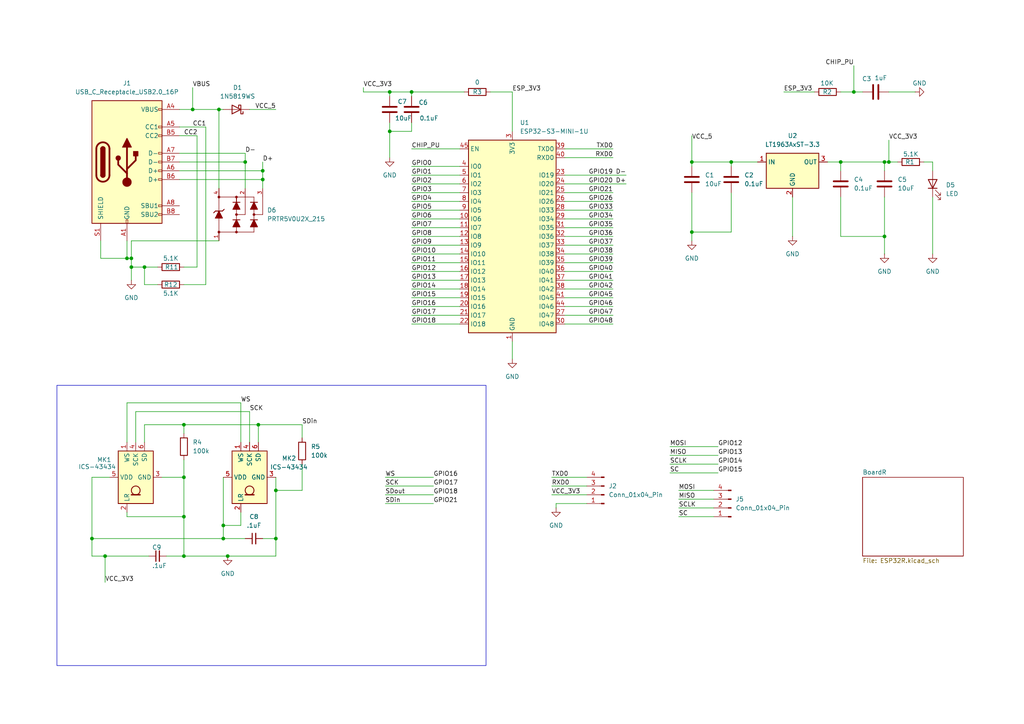
<source format=kicad_sch>
(kicad_sch (version 20231120) (generator "eeschema") (generator_version "8.0")
  (paper "A4")
  (lib_symbols
    (symbol "Connector:Conn_01x04_Pin" (pin_names (offset 1.016) hide)
      (property "Reference" "J" (at 0 5.08 0))
      (property "Value" "Conn_01x04_Pin" (at 0 -7.62 0))
      (symbol "Conn_01x04_Pin_1_1"
        (polyline (pts (xy 1.27 -5.08) (xy 0.8636 -5.08)) (stroke (width 0.1524)))
        (polyline (pts (xy 1.27 -2.54) (xy 0.8636 -2.54)) (stroke (width 0.1524)))
        (polyline (pts (xy 1.27 0) (xy 0.8636 0)) (stroke (width 0.1524)))
        (polyline (pts (xy 1.27 2.54) (xy 0.8636 2.54)) (stroke (width 0.1524)))
        (rectangle (start 0.8636 -4.953) (end 0 -5.207) (stroke (width 0.1524)) (fill (type outline)))
        (rectangle (start 0.8636 -2.413) (end 0 -2.667) (stroke (width 0.1524)) (fill (type outline)))
        (rectangle (start 0.8636 0.127) (end 0 -0.127) (stroke (width 0.1524)) (fill (type outline)))
        (rectangle (start 0.8636 2.667) (end 0 2.413) (stroke (width 0.1524)) (fill (type outline)))
        (pin passive line (at 5.08 2.54 180) (length 3.81) (name "Pin_1") (number "1"))
        (pin passive line (at 5.08 0 180) (length 3.81) (name "Pin_2") (number "2"))
        (pin passive line (at 5.08 -2.54 180) (length 3.81) (name "Pin_3") (number "3"))
        (pin passive line (at 5.08 -5.08 180) (length 3.81) (name "Pin_4") (number "4"))
      )
    )
    (symbol "Connector:USB_C_Receptacle_USB2.0_16P" (pin_names (offset 1.016))
      (property "Reference" "J" (at 0 22.225 0))
      (property "Value" "USB_C_Receptacle_USB2.0_16P" (at 0 19.685 0))
      (symbol "USB_C_Receptacle_USB2.0_16P_0_0"
        (rectangle (start -0.254 -17.78) (end 0.254 -16.764))
        (rectangle (start 10.16 -14.986) (end 9.144 -15.494))
        (rectangle (start 10.16 -12.446) (end 9.144 -12.954))
        (rectangle (start 10.16 -4.826) (end 9.144 -5.334))
        (rectangle (start 10.16 -2.286) (end 9.144 -2.794))
        (rectangle (start 10.16 0.254) (end 9.144 -0.254))
        (rectangle (start 10.16 2.794) (end 9.144 2.286))
        (rectangle (start 10.16 7.874) (end 9.144 7.366))
        (rectangle (start 10.16 10.414) (end 9.144 9.906))
        (rectangle (start 10.16 15.494) (end 9.144 14.986))
      )
      (symbol "USB_C_Receptacle_USB2.0_16P_0_1"
        (rectangle (start -10.16 17.78) (end 10.16 -17.78) (stroke (width 0.254)) (fill (type background)))
        (arc (start -8.89 -3.81) (mid -6.985 -5.7067) (end -5.08 -3.81) (stroke (width 0.508)))
        (arc (start -7.62 -3.81) (mid -6.985 -4.4423) (end -6.35 -3.81) (stroke (width 0.254)))
        (arc (start -7.62 -3.81) (mid -6.985 -4.4423) (end -6.35 -3.81) (stroke (width 0.254)) (fill (type outline)))
        (rectangle (start -7.62 -3.81) (end -6.35 3.81) (stroke (width 0.254)) (fill (type outline)))
        (arc (start -6.35 3.81) (mid -6.985 4.4423) (end -7.62 3.81) (stroke (width 0.254)))
        (arc (start -6.35 3.81) (mid -6.985 4.4423) (end -7.62 3.81) (stroke (width 0.254)) (fill (type outline)))
        (arc (start -5.08 3.81) (mid -6.985 5.7067) (end -8.89 3.81) (stroke (width 0.508)))
        (circle (center -2.54 1.143) (radius 0.635) (stroke (width 0.254)) (fill (type outline)))
        (circle (center 0 -5.842) (radius 1.27) (fill (type outline)))
        (polyline (pts (xy -8.89 -3.81) (xy -8.89 3.81)) (stroke (width 0.508)))
        (polyline (pts (xy -5.08 3.81) (xy -5.08 -3.81)) (stroke (width 0.508)))
        (polyline (pts (xy 0 -5.842) (xy 0 4.318)) (stroke (width 0.508)))
        (polyline (pts (xy 0 -3.302) (xy -2.54 -0.762) (xy -2.54 0.508)) (stroke (width 0.508)))
        (polyline (pts (xy 0 -2.032) (xy 2.54 0.508) (xy 2.54 1.778)) (stroke (width 0.508)))
        (polyline (pts (xy -1.27 4.318) (xy 0 6.858) (xy 1.27 4.318) (xy -1.27 4.318)) (stroke (width 0.254)) (fill (type outline)))
        (rectangle (start 1.905 1.778) (end 3.175 3.048) (stroke (width 0.254)) (fill (type outline)))
      )
      (symbol "USB_C_Receptacle_USB2.0_16P_1_1"
        (pin passive line (at 0 -22.86 90) (length 5.08) (name "GND") (number "A1"))
        (pin passive line (at 0 -22.86 90) (length 5.08) hide (name "GND") (number "A12"))
        (pin passive line (at 15.24 15.24 180) (length 5.08) (name "VBUS") (number "A4"))
        (pin bidirectional line (at 15.24 10.16 180) (length 5.08) (name "CC1") (number "A5"))
        (pin bidirectional line (at 15.24 -2.54 180) (length 5.08) (name "D+") (number "A6"))
        (pin bidirectional line (at 15.24 2.54 180) (length 5.08) (name "D-") (number "A7"))
        (pin bidirectional line (at 15.24 -12.7 180) (length 5.08) (name "SBU1") (number "A8"))
        (pin passive line (at 15.24 15.24 180) (length 5.08) hide (name "VBUS") (number "A9"))
        (pin passive line (at 0 -22.86 90) (length 5.08) hide (name "GND") (number "B1"))
        (pin passive line (at 0 -22.86 90) (length 5.08) hide (name "GND") (number "B12"))
        (pin passive line (at 15.24 15.24 180) (length 5.08) hide (name "VBUS") (number "B4"))
        (pin bidirectional line (at 15.24 7.62 180) (length 5.08) (name "CC2") (number "B5"))
        (pin bidirectional line (at 15.24 -5.08 180) (length 5.08) (name "D+") (number "B6"))
        (pin bidirectional line (at 15.24 0 180) (length 5.08) (name "D-") (number "B7"))
        (pin bidirectional line (at 15.24 -15.24 180) (length 5.08) (name "SBU2") (number "B8"))
        (pin passive line (at 15.24 15.24 180) (length 5.08) hide (name "VBUS") (number "B9"))
        (pin passive line (at -7.62 -22.86 90) (length 5.08) (name "SHIELD") (number "S1"))
      )
    )
    (symbol "Device:C" (pin_numbers hide) (pin_names (offset 0.254))
      (property "Reference" "C" (at 0.635 2.54 0))
      (property "Value" "C" (at 0.635 -2.54 0))
      (symbol "C_0_1"
        (polyline (pts (xy -2.032 -0.762) (xy 2.032 -0.762)) (stroke (width 0.508)))
        (polyline (pts (xy -2.032 0.762) (xy 2.032 0.762)) (stroke (width 0.508)))
      )
      (symbol "C_1_1"
        (pin passive line (at 0 3.81 270) (length 2.794) (name "~") (number "1"))
        (pin passive line (at 0 -3.81 90) (length 2.794) (name "~") (number "2"))
      )
    )
    (symbol "Device:C_Small" (pin_numbers hide) (pin_names (offset 0.254) hide)
      (property "Reference" "C" (at 0.254 1.778 0))
      (property "Value" "C_Small" (at 0.254 -2.032 0))
      (symbol "C_Small_0_1"
        (polyline (pts (xy -1.524 -0.508) (xy 1.524 -0.508)) (stroke (width 0.3302)))
        (polyline (pts (xy -1.524 0.508) (xy 1.524 0.508)) (stroke (width 0.3048)))
      )
      (symbol "C_Small_1_1"
        (pin passive line (at 0 2.54 270) (length 2.032) (name "~") (number "1"))
        (pin passive line (at 0 -2.54 90) (length 2.032) (name "~") (number "2"))
      )
    )
    (symbol "Device:LED" (pin_numbers hide) (pin_names (offset 1.016) hide)
      (property "Reference" "D" (at 0 2.54 0))
      (property "Value" "LED" (at 0 -2.54 0))
      (symbol "LED_0_1"
        (polyline (pts (xy -1.27 -1.27) (xy -1.27 1.27)) (stroke (width 0.254)))
        (polyline (pts (xy -1.27 0) (xy 1.27 0)))
        (polyline (pts (xy 1.27 -1.27) (xy 1.27 1.27) (xy -1.27 0) (xy 1.27 -1.27)) (stroke (width 0.254)))
        (polyline (pts (xy -3.048 -0.762) (xy -4.572 -2.286) (xy -3.81 -2.286) (xy -4.572 -2.286) (xy -4.572 -1.524)))
        (polyline (pts (xy -1.778 -0.762) (xy -3.302 -2.286) (xy -2.54 -2.286) (xy -3.302 -2.286) (xy -3.302 -1.524)))
      )
      (symbol "LED_1_1"
        (pin passive line (at -3.81 0 0) (length 2.54) (name "K") (number "1"))
        (pin passive line (at 3.81 0 180) (length 2.54) (name "A") (number "2"))
      )
    )
    (symbol "Device:R" (pin_numbers hide) (pin_names (offset 0))
      (property "Reference" "R" (at 2.032 0 90))
      (property "Value" "R" (at 0 0 90))
      (symbol "R_0_1"
        (rectangle (start -1.016 -2.54) (end 1.016 2.54) (stroke (width 0.254)))
      )
      (symbol "R_1_1"
        (pin passive line (at 0 3.81 270) (length 1.27) (name "~") (number "1"))
        (pin passive line (at 0 -3.81 90) (length 1.27) (name "~") (number "2"))
      )
    )
    (symbol "Diode:1N5819WS" (pin_numbers hide) (pin_names (offset 1.016) hide)
      (property "Reference" "D" (at 0 2.54 0))
      (property "Value" "1N5819WS" (at 0 -2.54 0))
      (symbol "1N5819WS_0_1"
        (polyline (pts (xy 1.27 0) (xy -1.27 0)))
        (polyline (pts (xy 1.27 1.27) (xy 1.27 -1.27) (xy -1.27 0) (xy 1.27 1.27)) (stroke (width 0.254)))
        (polyline (pts (xy -1.905 0.635) (xy -1.905 1.27) (xy -1.27 1.27) (xy -1.27 -1.27) (xy -0.635 -1.27) (xy -0.635 -0.635)) (stroke (width 0.254)))
      )
      (symbol "1N5819WS_1_1"
        (pin passive line (at -3.81 0 0) (length 2.54) (name "K") (number "1"))
        (pin passive line (at 3.81 0 180) (length 2.54) (name "A") (number "2"))
      )
    )
    (symbol "PRTR5V0U2X_215:PRTR5V0U2X_215" (pin_names (offset 1.016))
      (property "Reference" "D" (at -2.5474 -7.5404 0))
      (property "Value" "PRTR5V0U2X_215" (at -2.543 -10.3245 0))
      (symbol "PRTR5V0U2X_215_0_0"
        (circle (center -5.08 -5.08) (radius 0.254) (stroke (width 0.254)))
        (circle (center -5.08 5.08) (radius 0.254) (stroke (width 0.254)))
        (circle (center 0 -5.08) (radius 0.254) (stroke (width 0.254)))
        (polyline (pts (xy -6.096 1.016) (xy -6.604 0.508)) (stroke (width 0.254)))
        (polyline (pts (xy -6.096 1.016) (xy -5.08 1.016)) (stroke (width 0.254)))
        (polyline (pts (xy -5.08 -1.016) (xy -5.08 -7.62)) (stroke (width 0.1524)))
        (polyline (pts (xy -5.08 1.016) (xy -5.08 7.62)) (stroke (width 0.1524)))
        (polyline (pts (xy -5.08 1.016) (xy -4.064 1.016)) (stroke (width 0.254)))
        (polyline (pts (xy -4.064 1.016) (xy -3.556 1.524)) (stroke (width 0.254)))
        (polyline (pts (xy -1.016 -1.524) (xy 0 -1.524)) (stroke (width 0.254)))
        (polyline (pts (xy -1.016 3.556) (xy 0 3.556)) (stroke (width 0.254)))
        (polyline (pts (xy 0 -5.08) (xy -5.08 -5.08)) (stroke (width 0.1524)))
        (polyline (pts (xy 0 -3.556) (xy 0 -5.08)) (stroke (width 0.1524)))
        (polyline (pts (xy 0 -1.524) (xy 0 0)) (stroke (width 0.1524)))
        (polyline (pts (xy 0 -1.524) (xy 1.016 -1.524)) (stroke (width 0.254)))
        (polyline (pts (xy 0 0) (xy 0 1.524)) (stroke (width 0.1524)))
        (polyline (pts (xy 0 0) (xy 2.54 0)) (stroke (width 0.1524)))
        (polyline (pts (xy 0 3.556) (xy 0 5.08)) (stroke (width 0.254)))
        (polyline (pts (xy 0 3.556) (xy 1.016 3.556)) (stroke (width 0.254)))
        (polyline (pts (xy 0 5.08) (xy -5.08 5.08)) (stroke (width 0.1524)))
        (polyline (pts (xy 2.54 0) (xy 2.54 7.62)) (stroke (width 0.1524)))
        (polyline (pts (xy 4.064 -1.524) (xy 5.08 -1.524)) (stroke (width 0.254)))
        (polyline (pts (xy 4.064 3.556) (xy 5.08 3.556)) (stroke (width 0.254)))
        (polyline (pts (xy 5.08 -5.08) (xy 0 -5.08)) (stroke (width 0.1524)))
        (polyline (pts (xy 5.08 -3.556) (xy 5.08 -5.08)) (stroke (width 0.1524)))
        (polyline (pts (xy 5.08 -1.524) (xy 5.08 0)) (stroke (width 0.1524)))
        (polyline (pts (xy 5.08 -1.524) (xy 6.096 -1.524)) (stroke (width 0.254)))
        (polyline (pts (xy 5.08 0) (xy 5.08 1.524)) (stroke (width 0.1524)))
        (polyline (pts (xy 5.08 0) (xy 7.62 0)) (stroke (width 0.1524)))
        (polyline (pts (xy 5.08 3.556) (xy 5.08 5.08)) (stroke (width 0.1524)))
        (polyline (pts (xy 5.08 3.556) (xy 6.096 3.556)) (stroke (width 0.254)))
        (polyline (pts (xy 5.08 5.08) (xy 0 5.08)) (stroke (width 0.1524)))
        (polyline (pts (xy 7.62 0) (xy 7.62 7.62)) (stroke (width 0.1524)))
        (polyline (pts (xy -6.096 -1.016) (xy -5.08 1.016) (xy -4.064 -1.016) (xy -6.096 -1.016)) (stroke (width 0.254)) (fill (type outline)))
        (polyline (pts (xy -1.016 -3.556) (xy 0 -1.524) (xy 1.016 -3.556) (xy -1.016 -3.556)) (stroke (width 0.254)) (fill (type outline)))
        (polyline (pts (xy -1.016 1.524) (xy 0 3.556) (xy 1.016 1.524) (xy -1.016 1.524)) (stroke (width 0.254)) (fill (type outline)))
        (polyline (pts (xy 4.064 -3.556) (xy 5.08 -1.524) (xy 6.096 -3.556) (xy 4.064 -3.556)) (stroke (width 0.254)) (fill (type outline)))
        (polyline (pts (xy 4.064 1.524) (xy 5.08 3.556) (xy 6.096 1.524) (xy 4.064 1.524)) (stroke (width 0.254)) (fill (type outline)))
        (circle (center 0 0) (radius 0.254) (stroke (width 0.254)))
        (circle (center 0 5.08) (radius 0.254) (stroke (width 0.254)))
        (circle (center 5.08 0) (radius 0.254) (stroke (width 0.254)))
        (pin passive line (at -5.08 -7.62 90) (length 2.54) (name "~") (number "1"))
        (pin passive line (at 2.54 7.62 270) (length 2.54) (name "~") (number "2"))
        (pin passive line (at 7.62 7.62 270) (length 2.54) (name "~") (number "3"))
        (pin passive line (at -5.08 7.62 270) (length 2.54) (name "~") (number "4"))
      )
    )
    (symbol "RF_Module:ESP32-S3-MINI-1U"
      (property "Reference" "U" (at -11.43 29.21 0))
      (property "Value" "ESP32-S3-MINI-1U" (at 12.7 29.21 0))
      (symbol "ESP32-S3-MINI-1U_0_1"
        (rectangle (start -12.7 27.94) (end 12.7 -27.94) (stroke (width 0.254)) (fill (type background)))
      )
      (symbol "ESP32-S3-MINI-1U_1_1"
        (pin power_in line (at 0 -30.48 90) (length 2.54) (name "GND") (number "1"))
        (pin bidirectional line (at -15.24 5.08 0) (length 2.54) (name "IO6") (number "10"))
        (pin bidirectional line (at -15.24 2.54 0) (length 2.54) (name "IO7") (number "11"))
        (pin bidirectional line (at -15.24 0 0) (length 2.54) (name "IO8") (number "12"))
        (pin bidirectional line (at -15.24 -2.54 0) (length 2.54) (name "IO9") (number "13"))
        (pin bidirectional line (at -15.24 -5.08 0) (length 2.54) (name "IO10") (number "14"))
        (pin bidirectional line (at -15.24 -7.62 0) (length 2.54) (name "IO11") (number "15"))
        (pin bidirectional line (at -15.24 -10.16 0) (length 2.54) (name "IO12") (number "16"))
        (pin bidirectional line (at -15.24 -12.7 0) (length 2.54) (name "IO13") (number "17"))
        (pin bidirectional line (at -15.24 -15.24 0) (length 2.54) (name "IO14") (number "18"))
        (pin bidirectional line (at -15.24 -17.78 0) (length 2.54) (name "IO15") (number "19"))
        (pin passive line (at 0 -30.48 90) (length 2.54) hide (name "GND") (number "2"))
        (pin bidirectional line (at -15.24 -20.32 0) (length 2.54) (name "IO16") (number "20"))
        (pin bidirectional line (at -15.24 -22.86 0) (length 2.54) (name "IO17") (number "21"))
        (pin bidirectional line (at -15.24 -25.4 0) (length 2.54) (name "IO18") (number "22"))
        (pin bidirectional line (at 15.24 17.78 180) (length 2.54) (name "IO19") (number "23"))
        (pin bidirectional line (at 15.24 15.24 180) (length 2.54) (name "IO20") (number "24"))
        (pin bidirectional line (at 15.24 12.7 180) (length 2.54) (name "IO21") (number "25"))
        (pin bidirectional line (at 15.24 10.16 180) (length 2.54) (name "IO26") (number "26"))
        (pin bidirectional line (at 15.24 -22.86 180) (length 2.54) (name "IO47") (number "27"))
        (pin bidirectional line (at 15.24 7.62 180) (length 2.54) (name "IO33") (number "28"))
        (pin bidirectional line (at 15.24 5.08 180) (length 2.54) (name "IO34") (number "29"))
        (pin power_in line (at 0 30.48 270) (length 2.54) (name "3V3") (number "3"))
        (pin bidirectional line (at 15.24 -25.4 180) (length 2.54) (name "IO48") (number "30"))
        (pin bidirectional line (at 15.24 2.54 180) (length 2.54) (name "IO35") (number "31"))
        (pin bidirectional line (at 15.24 0 180) (length 2.54) (name "IO36") (number "32"))
        (pin bidirectional line (at 15.24 -2.54 180) (length 2.54) (name "IO37") (number "33"))
        (pin bidirectional line (at 15.24 -5.08 180) (length 2.54) (name "IO38") (number "34"))
        (pin bidirectional line (at 15.24 -7.62 180) (length 2.54) (name "IO39") (number "35"))
        (pin bidirectional line (at 15.24 -10.16 180) (length 2.54) (name "IO40") (number "36"))
        (pin bidirectional line (at 15.24 -12.7 180) (length 2.54) (name "IO41") (number "37"))
        (pin bidirectional line (at 15.24 -15.24 180) (length 2.54) (name "IO42") (number "38"))
        (pin bidirectional line (at 15.24 25.4 180) (length 2.54) (name "TXD0") (number "39"))
        (pin bidirectional line (at -15.24 20.32 0) (length 2.54) (name "IO0") (number "4"))
        (pin bidirectional line (at 15.24 22.86 180) (length 2.54) (name "RXD0") (number "40"))
        (pin bidirectional line (at 15.24 -17.78 180) (length 2.54) (name "IO45") (number "41"))
        (pin passive line (at 0 -30.48 90) (length 2.54) hide (name "GND") (number "42"))
        (pin passive line (at 0 -30.48 90) (length 2.54) hide (name "GND") (number "43"))
        (pin bidirectional line (at 15.24 -20.32 180) (length 2.54) (name "IO46") (number "44"))
        (pin input line (at -15.24 25.4 0) (length 2.54) (name "EN") (number "45"))
        (pin passive line (at 0 -30.48 90) (length 2.54) hide (name "GND") (number "46"))
        (pin passive line (at 0 -30.48 90) (length 2.54) hide (name "GND") (number "47"))
        (pin passive line (at 0 -30.48 90) (length 2.54) hide (name "GND") (number "48"))
        (pin passive line (at 0 -30.48 90) (length 2.54) hide (name "GND") (number "49"))
        (pin bidirectional line (at -15.24 17.78 0) (length 2.54) (name "IO1") (number "5"))
        (pin passive line (at 0 -30.48 90) (length 2.54) hide (name "GND") (number "50"))
        (pin passive line (at 0 -30.48 90) (length 2.54) hide (name "GND") (number "51"))
        (pin passive line (at 0 -30.48 90) (length 2.54) hide (name "GND") (number "52"))
        (pin passive line (at 0 -30.48 90) (length 2.54) hide (name "GND") (number "53"))
        (pin passive line (at 0 -30.48 90) (length 2.54) hide (name "GND") (number "54"))
        (pin passive line (at 0 -30.48 90) (length 2.54) hide (name "GND") (number "55"))
        (pin passive line (at 0 -30.48 90) (length 2.54) hide (name "GND") (number "56"))
        (pin passive line (at 0 -30.48 90) (length 2.54) hide (name "GND") (number "57"))
        (pin passive line (at 0 -30.48 90) (length 2.54) hide (name "GND") (number "58"))
        (pin passive line (at 0 -30.48 90) (length 2.54) hide (name "GND") (number "59"))
        (pin bidirectional line (at -15.24 15.24 0) (length 2.54) (name "IO2") (number "6"))
        (pin passive line (at 0 -30.48 90) (length 2.54) hide (name "GND") (number "60"))
        (pin passive line (at 0 -30.48 90) (length 2.54) hide (name "GND") (number "61"))
        (pin passive line (at 0 -30.48 90) (length 2.54) hide (name "GND") (number "62"))
        (pin passive line (at 0 -30.48 90) (length 2.54) hide (name "GND") (number "63"))
        (pin passive line (at 0 -30.48 90) (length 2.54) hide (name "GND") (number "64"))
        (pin passive line (at 0 -30.48 90) (length 2.54) hide (name "GND") (number "65"))
        (pin bidirectional line (at -15.24 12.7 0) (length 2.54) (name "IO3") (number "7"))
        (pin bidirectional line (at -15.24 10.16 0) (length 2.54) (name "IO4") (number "8"))
        (pin bidirectional line (at -15.24 7.62 0) (length 2.54) (name "IO5") (number "9"))
      )
    )
    (symbol "Regulator_Linear:LT1963AxST-3.3"
      (property "Reference" "U" (at -7.62 6.35 0))
      (property "Value" "LT1963AxST-3.3" (at -1.27 6.35 0))
      (symbol "LT1963AxST-3.3_0_1"
        (rectangle (start -7.62 5.08) (end 7.62 -5.08) (stroke (width 0.254)) (fill (type background)))
      )
      (symbol "LT1963AxST-3.3_1_1"
        (pin power_in line (at -10.16 2.54 0) (length 2.54) (name "IN") (number "1"))
        (pin power_in line (at 0 -7.62 90) (length 2.54) (name "GND") (number "2"))
        (pin power_out line (at 10.16 2.54 180) (length 2.54) (name "OUT") (number "3"))
      )
    )
    (symbol "Sensor_Audio:ICS-43434"
      (property "Reference" "MK" (at -7.62 6.35 0))
      (property "Value" "ICS-43434" (at 1.27 6.35 0))
      (symbol "ICS-43434_1_1"
        (rectangle (start -7.62 5.08) (end 7.62 -5.08) (stroke (width 0.254)) (fill (type background)))
        (circle (center -3.81 0) (radius 1.27) (stroke (width 0.254)))
        (polyline (pts (xy -5.08 1.27) (xy -5.08 -1.27)) (stroke (width 0.381)))
        (pin input line (at 10.16 2.54 180) (length 2.54) (name "WS") (number "1"))
        (pin input line (at -10.16 2.54 0) (length 2.54) (name "LR") (number "2"))
        (pin power_in line (at 0 -7.62 90) (length 2.54) (name "GND") (number "3"))
        (pin input line (at 10.16 0 180) (length 2.54) (name "SCK") (number "4"))
        (pin power_in line (at 0 7.62 270) (length 2.54) (name "VDD") (number "5"))
        (pin output line (at 10.16 -2.54 180) (length 2.54) (name "SD") (number "6"))
      )
    )
    (symbol "power:GND" (power) (pin_numbers hide) (pin_names (offset 0) hide)
      (property "Value" "GND" (at 0 -3.81 0))
      (symbol "GND_0_1"
        (polyline (pts (xy 0 0) (xy 0 -1.27) (xy 1.27 -1.27) (xy 0 -2.54) (xy -1.27 -1.27) (xy 0 -1.27)))
      )
      (symbol "GND_1_1"
        (pin power_in line (at 0 0 270) (length 0) (name "~") (number "1"))
      )
    )
  )
  (junction (at 38.1 74.93))
  (junction (at 64.77 152.4))
  (junction (at 64.77 156.21))
  (junction (at 74.93 123.19))
  (junction (at 53.34 161.29))
  (junction (at 256.54 46.99))
  (junction (at 256.54 68.58))
  (junction (at 200.66 67.31))
  (junction (at 80.01 142.24))
  (junction (at 247.65 26.67))
  (junction (at 41.91 77.47))
  (junction (at 63.5 31.75))
  (junction (at 53.34 138.43))
  (junction (at 38.1 77.47))
  (junction (at 53.34 123.19))
  (junction (at 257.81 46.99))
  (junction (at 76.2 52.07))
  (junction (at 30.48 161.29))
  (junction (at 113.03 26.67))
  (junction (at 212.09 46.99))
  (junction (at 66.04 161.29))
  (junction (at 71.12 46.99))
  (junction (at 26.67 156.21))
  (junction (at 200.66 46.99))
  (junction (at 76.2 49.53))
  (junction (at 113.03 38.1))
  (junction (at 53.34 149.86))
  (junction (at 119.38 26.67))
  (junction (at 243.84 46.99))
  (junction (at 55.88 31.75))
  (junction (at 80.01 156.21))
  (junction (at 36.83 74.93))
  (wire (pts (xy 119.38 91.44) (xy 133.35 91.44)))
  (wire (pts (xy 36.83 69.85) (xy 36.83 74.93)))
  (wire (pts (xy 163.83 53.34) (xy 181.61 53.34)))
  (wire (pts (xy 71.12 44.45) (xy 71.12 46.99)))
  (wire (pts (xy 74.93 123.19) (xy 87.63 123.19)))
  (wire (pts (xy 196.85 142.24) (xy 207.01 142.24)))
  (wire (pts (xy 163.83 71.12) (xy 177.8 71.12)))
  (wire (pts (xy 119.38 66.04) (xy 133.35 66.04)))
  (wire (pts (xy 80.01 161.29) (xy 80.01 156.21)))
  (wire (pts (xy 163.83 81.28) (xy 177.8 81.28)))
  (wire (pts (xy 72.39 119.38) (xy 72.39 128.27)))
  (wire (pts (xy 30.48 161.29) (xy 26.67 161.29)))
  (wire (pts (xy 105.41 26.67) (xy 113.03 26.67)))
  (wire (pts (xy 119.38 93.98) (xy 133.35 93.98)))
  (wire (pts (xy 72.39 31.75) (xy 80.01 31.75)))
  (wire (pts (xy 170.18 146.05) (xy 161.29 146.05)))
  (wire (pts (xy 59.69 82.55) (xy 53.34 82.55)))
  (wire (pts (xy 243.84 46.99) (xy 243.84 49.53)))
  (wire (pts (xy 113.03 26.67) (xy 119.38 26.67)))
  (wire (pts (xy 163.83 50.8) (xy 181.61 50.8)))
  (wire (pts (xy 243.84 57.15) (xy 243.84 68.58)))
  (wire (pts (xy 119.38 78.74) (xy 133.35 78.74)))
  (wire (pts (xy 111.76 143.51) (xy 125.73 143.51)))
  (wire (pts (xy 48.26 161.29) (xy 53.34 161.29)))
  (wire (pts (xy 163.83 86.36) (xy 177.8 86.36)))
  (wire (pts (xy 41.91 123.19) (xy 53.34 123.19)))
  (wire (pts (xy 55.88 25.4) (xy 55.88 31.75)))
  (wire (pts (xy 53.34 123.19) (xy 53.34 125.73)))
  (wire (pts (xy 163.83 45.72) (xy 177.8 45.72)))
  (wire (pts (xy 76.2 46.99) (xy 76.2 49.53)))
  (wire (pts (xy 41.91 77.47) (xy 45.72 77.47)))
  (wire (pts (xy 38.1 77.47) (xy 38.1 74.93)))
  (wire (pts (xy 64.77 152.4) (xy 69.85 152.4)))
  (wire (pts (xy 52.07 31.75) (xy 55.88 31.75)))
  (wire (pts (xy 257.81 26.67) (xy 265.43 26.67)))
  (wire (pts (xy 160.02 143.51) (xy 170.18 143.51)))
  (wire (pts (xy 26.67 156.21) (xy 64.77 156.21)))
  (wire (pts (xy 200.66 39.37) (xy 200.66 46.99)))
  (wire (pts (xy 119.38 35.56) (xy 119.38 38.1)))
  (wire (pts (xy 119.38 76.2) (xy 133.35 76.2)))
  (wire (pts (xy 80.01 142.24) (xy 80.01 138.43)))
  (wire (pts (xy 163.83 76.2) (xy 177.8 76.2)))
  (wire (pts (xy 113.03 26.67) (xy 113.03 27.94)))
  (wire (pts (xy 212.09 46.99) (xy 219.71 46.99)))
  (wire (pts (xy 243.84 68.58) (xy 256.54 68.58)))
  (wire (pts (xy 64.77 152.4) (xy 64.77 138.43)))
  (wire (pts (xy 26.67 138.43) (xy 26.67 156.21)))
  (wire (pts (xy 240.03 46.99) (xy 243.84 46.99)))
  (wire (pts (xy 119.38 48.26) (xy 133.35 48.26)))
  (wire (pts (xy 38.1 81.28) (xy 38.1 77.47)))
  (wire (pts (xy 256.54 57.15) (xy 256.54 68.58)))
  (wire (pts (xy 53.34 123.19) (xy 74.93 123.19)))
  (wire (pts (xy 119.38 86.36) (xy 133.35 86.36)))
  (wire (pts (xy 196.85 149.86) (xy 207.01 149.86)))
  (wire (pts (xy 113.03 38.1) (xy 113.03 45.72)))
  (wire (pts (xy 46.99 138.43) (xy 53.34 138.43)))
  (wire (pts (xy 160.02 138.43) (xy 170.18 138.43)))
  (wire (pts (xy 163.83 58.42) (xy 177.8 58.42)))
  (wire (pts (xy 119.38 88.9) (xy 133.35 88.9)))
  (wire (pts (xy 52.07 44.45) (xy 71.12 44.45)))
  (wire (pts (xy 163.83 88.9) (xy 177.8 88.9)))
  (wire (pts (xy 119.38 53.34) (xy 133.35 53.34)))
  (wire (pts (xy 80.01 156.21) (xy 80.01 142.24)))
  (wire (pts (xy 111.76 140.97) (xy 125.73 140.97)))
  (wire (pts (xy 119.38 60.96) (xy 133.35 60.96)))
  (wire (pts (xy 256.54 68.58) (xy 256.54 73.66)))
  (wire (pts (xy 256.54 46.99) (xy 257.81 46.99)))
  (wire (pts (xy 119.38 73.66) (xy 133.35 73.66)))
  (wire (pts (xy 160.02 140.97) (xy 170.18 140.97)))
  (wire (pts (xy 53.34 161.29) (xy 66.04 161.29)))
  (wire (pts (xy 256.54 46.99) (xy 256.54 49.53)))
  (wire (pts (xy 257.81 40.64) (xy 257.81 46.99)))
  (wire (pts (xy 243.84 26.67) (xy 247.65 26.67)))
  (wire (pts (xy 270.51 57.15) (xy 270.51 73.66)))
  (wire (pts (xy 38.1 69.85) (xy 38.1 74.93)))
  (wire (pts (xy 247.65 26.67) (xy 250.19 26.67)))
  (wire (pts (xy 111.76 138.43) (xy 125.73 138.43)))
  (wire (pts (xy 52.07 52.07) (xy 76.2 52.07)))
  (wire (pts (xy 163.83 78.74) (xy 177.8 78.74)))
  (wire (pts (xy 212.09 48.26) (xy 212.09 46.99)))
  (wire (pts (xy 26.67 161.29) (xy 26.67 156.21)))
  (wire (pts (xy 119.38 43.18) (xy 133.35 43.18)))
  (wire (pts (xy 229.87 57.15) (xy 229.87 68.58)))
  (wire (pts (xy 57.15 77.47) (xy 53.34 77.47)))
  (wire (pts (xy 119.38 83.82) (xy 133.35 83.82)))
  (wire (pts (xy 53.34 133.35) (xy 53.34 138.43)))
  (wire (pts (xy 113.03 35.56) (xy 113.03 38.1)))
  (wire (pts (xy 196.85 144.78) (xy 207.01 144.78)))
  (wire (pts (xy 53.34 138.43) (xy 53.34 149.86)))
  (wire (pts (xy 87.63 134.62) (xy 87.63 142.24)))
  (wire (pts (xy 36.83 74.93) (xy 38.1 74.93)))
  (wire (pts (xy 119.38 38.1) (xy 113.03 38.1)))
  (wire (pts (xy 161.29 146.05) (xy 161.29 147.32)))
  (wire (pts (xy 52.07 49.53) (xy 76.2 49.53)))
  (wire (pts (xy 200.66 46.99) (xy 212.09 46.99)))
  (wire (pts (xy 119.38 55.88) (xy 133.35 55.88)))
  (wire (pts (xy 111.76 146.05) (xy 125.73 146.05)))
  (wire (pts (xy 119.38 26.67) (xy 134.62 26.67)))
  (wire (pts (xy 163.83 43.18) (xy 177.8 43.18)))
  (wire (pts (xy 57.15 39.37) (xy 57.15 77.47)))
  (wire (pts (xy 119.38 68.58) (xy 133.35 68.58)))
  (wire (pts (xy 76.2 49.53) (xy 76.2 52.07)))
  (wire (pts (xy 55.88 31.75) (xy 63.5 31.75)))
  (wire (pts (xy 29.21 69.85) (xy 29.21 74.93)))
  (wire (pts (xy 148.59 38.1) (xy 148.59 26.67)))
  (wire (pts (xy 163.83 93.98) (xy 177.8 93.98)))
  (wire (pts (xy 36.83 149.86) (xy 53.34 149.86)))
  (wire (pts (xy 243.84 46.99) (xy 256.54 46.99)))
  (wire (pts (xy 38.1 77.47) (xy 41.91 77.47)))
  (wire (pts (xy 76.2 156.21) (xy 80.01 156.21)))
  (wire (pts (xy 69.85 128.27) (xy 69.85 116.84)))
  (wire (pts (xy 29.21 74.93) (xy 36.83 74.93)))
  (wire (pts (xy 39.37 119.38) (xy 39.37 128.27)))
  (wire (pts (xy 270.51 46.99) (xy 270.51 49.53)))
  (wire (pts (xy 31.75 138.43) (xy 26.67 138.43)))
  (wire (pts (xy 30.48 168.91) (xy 30.48 161.29)))
  (wire (pts (xy 53.34 149.86) (xy 53.34 161.29)))
  (wire (pts (xy 163.83 83.82) (xy 177.8 83.82)))
  (wire (pts (xy 64.77 156.21) (xy 71.12 156.21)))
  (wire (pts (xy 45.72 82.55) (xy 41.91 82.55)))
  (wire (pts (xy 36.83 116.84) (xy 36.83 128.27)))
  (wire (pts (xy 163.83 55.88) (xy 177.8 55.88)))
  (wire (pts (xy 63.5 31.75) (xy 64.77 31.75)))
  (wire (pts (xy 196.85 147.32) (xy 207.01 147.32)))
  (wire (pts (xy 247.65 26.67) (xy 247.65 19.05)))
  (wire (pts (xy 74.93 123.19) (xy 74.93 128.27)))
  (wire (pts (xy 194.31 129.54) (xy 208.28 129.54)))
  (wire (pts (xy 142.24 26.67) (xy 148.59 26.67)))
  (wire (pts (xy 267.97 46.99) (xy 270.51 46.99)))
  (wire (pts (xy 163.83 63.5) (xy 177.8 63.5)))
  (wire (pts (xy 76.2 52.07) (xy 76.2 54.61)))
  (wire (pts (xy 163.83 68.58) (xy 177.8 68.58)))
  (wire (pts (xy 200.66 67.31) (xy 200.66 69.85)))
  (wire (pts (xy 63.5 31.75) (xy 63.5 54.61)))
  (wire (pts (xy 41.91 82.55) (xy 41.91 77.47)))
  (wire (pts (xy 36.83 149.86) (xy 36.83 148.59)))
  (wire (pts (xy 41.91 128.27) (xy 41.91 123.19)))
  (wire (pts (xy 194.31 137.16) (xy 208.28 137.16)))
  (wire (pts (xy 39.37 119.38) (xy 72.39 119.38)))
  (wire (pts (xy 163.83 66.04) (xy 177.8 66.04)))
  (wire (pts (xy 119.38 50.8) (xy 133.35 50.8)))
  (wire (pts (xy 66.04 161.29) (xy 80.01 161.29)))
  (wire (pts (xy 257.81 46.99) (xy 260.35 46.99)))
  (wire (pts (xy 80.01 142.24) (xy 87.63 142.24)))
  (wire (pts (xy 227.33 26.67) (xy 236.22 26.67)))
  (wire (pts (xy 119.38 71.12) (xy 133.35 71.12)))
  (wire (pts (xy 119.38 63.5) (xy 133.35 63.5)))
  (wire (pts (xy 212.09 67.31) (xy 200.66 67.31)))
  (wire (pts (xy 69.85 116.84) (xy 36.83 116.84)))
  (wire (pts (xy 194.31 132.08) (xy 208.28 132.08)))
  (wire (pts (xy 59.69 36.83) (xy 59.69 82.55)))
  (wire (pts (xy 105.41 25.4) (xy 105.41 26.67)))
  (wire (pts (xy 119.38 26.67) (xy 119.38 27.94)))
  (wire (pts (xy 43.18 161.29) (xy 30.48 161.29)))
  (wire (pts (xy 194.31 134.62) (xy 208.28 134.62)))
  (wire (pts (xy 163.83 91.44) (xy 177.8 91.44)))
  (wire (pts (xy 71.12 46.99) (xy 71.12 54.61)))
  (wire (pts (xy 212.09 55.88) (xy 212.09 67.31)))
  (wire (pts (xy 163.83 60.96) (xy 177.8 60.96)))
  (wire (pts (xy 148.59 99.06) (xy 148.59 104.14)))
  (wire (pts (xy 200.66 48.26) (xy 200.66 46.99)))
  (wire (pts (xy 119.38 58.42) (xy 133.35 58.42)))
  (wire (pts (xy 163.83 73.66) (xy 177.8 73.66)))
  (wire (pts (xy 69.85 148.59) (xy 69.85 152.4)))
  (wire (pts (xy 64.77 156.21) (xy 64.77 152.4)))
  (wire (pts (xy 200.66 55.88) (xy 200.66 67.31)))
  (wire (pts (xy 52.07 39.37) (xy 57.15 39.37)))
  (wire (pts (xy 119.38 81.28) (xy 133.35 81.28)))
  (wire (pts (xy 52.07 36.83) (xy 59.69 36.83)))
  (wire (pts (xy 38.1 69.85) (xy 63.5 69.85)))
  (wire (pts (xy 87.63 123.19) (xy 87.63 127)))
  (wire (pts (xy 52.07 46.99) (xy 71.12 46.99)))
  (rectangle (start 16.51 111.76) (end 140.97 193.04))
  (label "GPIO34" (at 177.8 63.5 180))
  (label "GPIO8" (at 119.38 68.58 0))
  (label "GPIO26" (at 177.8 58.42 180))
  (label "GPIO12" (at 208.28 129.54 0))
  (label "GPIO45" (at 177.8 86.36 180))
  (label "GPIO19" (at 177.8 50.8 180))
  (label "GPIO15" (at 119.38 86.36 0))
  (label "GPIO1" (at 119.38 50.8 0))
  (label "GPIO39" (at 177.8 76.2 180))
  (label "GPIO17" (at 125.73 140.97 0))
  (label "GPIO41" (at 177.8 81.28 180))
  (label "TXD0" (at 160.02 138.43 0))
  (label "MOSI" (at 196.85 142.24 0))
  (label "D-" (at 181.61 50.8 180))
  (label "SCK" (at 72.39 119.38 0))
  (label "GPIO14" (at 119.38 83.82 0))
  (label "GPIO47" (at 177.8 91.44 180))
  (label "GPIO18" (at 125.73 143.51 0))
  (label "D-" (at 71.12 44.45 0))
  (label "ESP_3V3" (at 148.59 26.67 0))
  (label "GPIO14" (at 208.28 134.62 0))
  (label "SDin" (at 87.63 123.19 0))
  (label "D+" (at 181.61 53.34 180))
  (label "GPIO9" (at 119.38 71.12 0))
  (label "GPIO15" (at 208.28 137.16 0))
  (label "GPIO48" (at 177.8 93.98 180))
  (label "GPIO3" (at 119.38 55.88 0))
  (label "GPIO46" (at 177.8 88.9 180))
  (label "RXD0" (at 177.8 45.72 180))
  (label "MISO" (at 196.85 144.78 0))
  (label "GPIO33" (at 177.8 60.96 180))
  (label "GPIO18" (at 119.38 93.98 0))
  (label "GPIO0" (at 119.38 48.26 0) (property "Netclass" "GPIO0" (effects (hide yes))))
  (label "VCC_3V3" (at 160.02 143.51 0))
  (label "ESP_3V3" (at 227.33 26.67 0))
  (label "CC1" (at 55.88 36.83 0))
  (label "D+" (at 76.2 46.99 0))
  (label "SDout" (at 111.76 143.51 0))
  (label "GPIO37" (at 177.8 71.12 180))
  (label "RXD0" (at 160.02 140.97 0))
  (label "GPIO20" (at 177.8 53.34 180))
  (label "SC" (at 194.31 137.16 0))
  (label "TXD0" (at 177.8 43.18 180))
  (label "GPIO4" (at 119.38 58.42 0))
  (label "GPIO7" (at 119.38 66.04 0))
  (label "VBUS" (at 55.88 25.4 0))
  (label "GPIO42" (at 177.8 83.82 180))
  (label "GPIO38" (at 177.8 73.66 180))
  (label "GPIO2" (at 119.38 53.34 0))
  (label "MOSI" (at 194.31 129.54 0))
  (label "GPIO36" (at 177.8 68.58 180))
  (label "VCC_3V3" (at 30.48 168.91 0))
  (label "SDin" (at 111.76 146.05 0))
  (label "GPIO13" (at 208.28 132.08 0))
  (label "GPIO40" (at 177.8 78.74 180))
  (label "CHIP_PU" (at 119.38 43.18 0))
  (label "SCLK" (at 196.85 147.32 0))
  (label "WS" (at 111.76 138.43 0))
  (label "GPIO21" (at 125.73 146.05 0))
  (label "GPIO12" (at 119.38 78.74 0))
  (label "VCC_3V3" (at 257.81 40.64 0))
  (label "GPIO6" (at 119.38 63.5 0))
  (label "GPIO16" (at 125.73 138.43 0))
  (label "GPIO35" (at 177.8 66.04 180))
  (label "WS" (at 69.85 116.84 0))
  (label "SCK" (at 111.76 140.97 0))
  (label "SC" (at 196.85 149.86 0))
  (label "SCLK" (at 194.31 134.62 0))
  (label "CHIP_PU" (at 247.65 19.05 180))
  (label "GPIO13" (at 119.38 81.28 0))
  (label "GPIO17" (at 119.38 91.44 0))
  (label "CC2" (at 53.34 39.37 0))
  (label "GPIO16" (at 119.38 88.9 0))
  (label "VCC_3V3" (at 105.41 25.4 0))
  (label "GPIO5" (at 119.38 60.96 0))
  (label "VCC_5" (at 80.01 31.75 180))
  (label "GPIO10" (at 119.38 73.66 0))
  (label "GPIO21" (at 177.8 55.88 180))
  (label "GPIO11" (at 119.38 76.2 0))
  (label "MISO" (at 194.31 132.08 0))
  (label "VCC_5" (at 200.66 40.64 0))
  (symbol (lib_id "Device:C_Small") (at 73.66 156.21 90) (unit 1)
    (property "Reference" "C8" (at 73.6663 149.86 90))
    (property "Value" ".1uF" (at 73.6663 152.4 90))
    (property "Footprint" "Capacitor_SMD:C_0805_2012Metric_Pad1.18x1.45mm_HandSolder" (effects (hide yes)))
    (property "Description" "Unpolarized capacitor, small symbol" (effects (hide yes)))
  )
  (symbol (lib_id "power:GND") (at 265.43 26.67 90) (unit 1)
    (property "Reference" "#PWR08" (effects (hide yes)))
    (property "Value" "GND" (at 266.7 24.13 90))
    (property "Description" "Power symbol creates a global label with name \"GND\" , ground" (effects (hide yes)))
  )
  (symbol (lib_id "Device:R") (at 87.63 130.81 0) (unit 1)
    (property "Reference" "R5" (at 90.17 129.5399 0) (effects (justify left)))
    (property "Value" "100k" (at 90.17 132.0799 0) (effects (justify left)))
    (property "Footprint" "Resistor_SMD:R_0805_2012Metric_Pad1.20x1.40mm_HandSolder" (effects (hide yes)))
    (property "Description" "Resistor" (effects (hide yes)))
  )
  (symbol (lib_id "RF_Module:ESP32-S3-MINI-1U") (at 148.59 68.58 0) (unit 1)
    (property "Reference" "U1" (at 150.7841 35.56 0) (effects (justify left)))
    (property "Value" "ESP32-S3-MINI-1U" (at 150.7841 38.1 0) (effects (justify left)))
    (property "Footprint" "RF_Module:ESP32-S2-MINI-1U" (effects (hide yes)))
    (property "Datasheet" "https://www.espressif.com/sites/default/files/documentation/esp32-s3-mini-1_mini-1u_datasheet_en.pdf" (effects (hide yes)))
    (property "Description" "RF Module, ESP32-S3 SoC, Wi-Fi 802.11b/g/n, Bluetooth, BLE, 32-bit, 3.3V, SMD, external antenna" (effects (hide yes)))
  )
  (symbol (lib_id "Device:C") (at 254 26.67 90) (unit 1)
    (property "Reference" "C3" (at 252.7299 22.86 90) (effects (justify left)))
    (property "Value" "1uF" (at 257.302 22.606 90) (effects (justify left)))
    (property "Footprint" "Capacitor_SMD:C_0805_2012Metric_Pad1.18x1.45mm_HandSolder" (effects (hide yes)))
    (property "Description" "Unpolarized capacitor" (effects (hide yes)))
  )
  (symbol (lib_id "Device:C") (at 200.66 52.07 0) (unit 1)
    (property "Reference" "C1" (at 204.47 50.7999 0) (effects (justify left)))
    (property "Value" "10uF" (at 204.47 53.3399 0) (effects (justify left)))
    (property "Footprint" "Capacitor_SMD:C_0805_2012Metric_Pad1.18x1.45mm_HandSolder" (effects (hide yes)))
    (property "Description" "Unpolarized capacitor" (effects (hide yes)))
  )
  (symbol (lib_id "Device:C") (at 119.38 31.75 0) (unit 1)
    (property "Reference" "C6" (at 121.412 29.718 0) (effects (justify left)))
    (property "Value" "0.1uF" (at 121.666 34.29 0) (effects (justify left)))
    (property "Footprint" "Capacitor_SMD:C_0805_2012Metric_Pad1.18x1.45mm_HandSolder" (effects (hide yes)))
    (property "Description" "Unpolarized capacitor" (effects (hide yes)))
  )
  (symbol (lib_id "Device:R") (at 49.53 77.47 90) (unit 1)
    (property "Reference" "R11" (at 49.784 77.47 90))
    (property "Value" "5.1K" (at 49.53 74.93 90))
    (property "Footprint" "Resistor_SMD:R_0805_2012Metric_Pad1.20x1.40mm_HandSolder" (effects (hide yes)))
    (property "Description" "Resistor" (effects (hide yes)))
  )
  (symbol (lib_id "Device:R") (at 264.16 46.99 90) (unit 1)
    (property "Reference" "R1" (at 263.906 46.99 90))
    (property "Value" "5.1K" (at 264.16 44.704 90))
    (property "Footprint" "Resistor_SMD:R_0603_1608Metric_Pad0.98x0.95mm_HandSolder" (effects (hide yes)))
    (property "Description" "Resistor" (effects (hide yes)))
  )
  (symbol (lib_id "power:GND") (at 66.04 161.29 0) (unit 1)
    (property "Reference" "#PWR09" (effects (hide yes)))
    (property "Value" "GND" (at 66.04 166.37 0))
    (property "Description" "Power symbol creates a global label with name \"GND\" , ground" (effects (hide yes)))
  )
  (symbol (lib_id "power:GND") (at 161.29 147.32 0) (unit 1)
    (property "Reference" "#PWR020" (effects (hide yes)))
    (property "Value" "GND" (at 161.29 152.4 0))
    (property "Description" "Power symbol creates a global label with name \"GND\" , ground" (effects (hide yes)))
  )
  (symbol (lib_id "Device:C") (at 212.09 52.07 0) (unit 1)
    (property "Reference" "C2" (at 215.9 50.7999 0) (effects (justify left)))
    (property "Value" "0.1uF" (at 215.9 53.3399 0) (effects (justify left)))
    (property "Footprint" "Capacitor_SMD:C_0805_2012Metric_Pad1.18x1.45mm_HandSolder" (effects (hide yes)))
    (property "Description" "Unpolarized capacitor" (effects (hide yes)))
  )
  (symbol (lib_id "Device:C_Small") (at 45.72 161.29 90) (unit 1)
    (property "Reference" "C9" (at 45.466 158.75 90))
    (property "Value" ".1uF" (at 46.228 164.084 90))
    (property "Footprint" "Capacitor_SMD:C_0805_2012Metric_Pad1.18x1.45mm_HandSolder" (effects (hide yes)))
    (property "Description" "Unpolarized capacitor, small symbol" (effects (hide yes)))
  )
  (symbol (lib_id "power:GND") (at 229.87 68.58 0) (unit 1)
    (property "Reference" "#PWR03" (effects (hide yes)))
    (property "Value" "GND" (at 229.87 73.66 0))
    (property "Description" "Power symbol creates a global label with name \"GND\" , ground" (effects (hide yes)))
  )
  (symbol (lib_id "Device:C") (at 243.84 53.34 0) (unit 1)
    (property "Reference" "C4" (at 247.65 52.0699 0) (effects (justify left)))
    (property "Value" "0.1uF" (at 247.65 54.6099 0) (effects (justify left)))
    (property "Footprint" "Capacitor_SMD:C_0805_2012Metric_Pad1.18x1.45mm_HandSolder" (effects (hide yes)))
    (property "Description" "Unpolarized capacitor" (effects (hide yes)))
  )
  (symbol (lib_id "PRTR5V0U2X_215:PRTR5V0U2X_215") (at 68.58 62.23 0) (unit 1)
    (property "Reference" "D6" (at 77.47 60.9599 0) (effects (justify left)))
    (property "Value" "PRTR5V0U2X_215" (at 77.47 63.4999 0) (effects (justify left)))
    (property "Footprint" "Library:SOT143B" (effects (hide yes)))
  )
  (symbol (lib_id "Connector:Conn_01x04_Pin") (at 212.09 147.32 180) (unit 1)
    (property "Reference" "J5" (at 213.36 144.7799 0) (effects (justify right)))
    (property "Value" "Conn_01x04_Pin" (at 213.36 147.3199 0) (effects (justify right)))
    (property "Footprint" "Connector_PinHeader_1.27mm:PinHeader_1x04_P1.27mm_Vertical" (effects (hide yes)))
    (property "Description" "Generic connector, single row, 01x04, script generated" (effects (hide yes)))
  )
  (symbol (lib_id "Diode:1N5819WS") (at 68.58 31.75 180) (unit 1)
    (property "Reference" "D1" (at 68.8975 25.4 0))
    (property "Value" "1N5819WS" (at 68.8975 27.94 0))
    (property "Footprint" "Diode_SMD:D_SOD-323" (effects (hide yes)))
    (property "Datasheet" "https://datasheet.lcsc.com/lcsc/2204281430_Guangdong-Hottech-1N5819WS_C191023.pdf" (effects (hide yes)))
    (property "Description" "40V 600mV@1A 1A SOD-323 Schottky Barrier Diodes, SOD-323" (effects (hide yes)))
  )
  (symbol (lib_id "Device:R") (at 240.03 26.67 270) (unit 1)
    (property "Reference" "R2" (at 241.3 26.67 90) (effects (justify right)))
    (property "Value" "10K" (at 241.808 24.13 90) (effects (justify right)))
    (property "Footprint" "Resistor_SMD:R_0805_2012Metric" (effects (hide yes)))
    (property "Description" "Resistor" (effects (hide yes)))
  )
  (symbol (lib_id "Connector:USB_C_Receptacle_USB2.0_16P") (at 36.83 46.99 0) (unit 1)
    (property "Reference" "J1" (at 36.83 24.13 0))
    (property "Value" "USB_C_Receptacle_USB2.0_16P" (at 36.83 26.67 0))
    (property "Footprint" "Connector_USB:USB_C_Receptacle_JAE_DX07S016JA1R1500" (effects (hide yes)))
    (property "Datasheet" "https://www.usb.org/sites/default/files/documents/usb_type-c.zip" (effects (hide yes)))
    (property "Description" "USB 2.0-only 16P Type-C Receptacle connector" (effects (hide yes)))
  )
  (symbol (lib_id "power:GND") (at 256.54 73.66 0) (unit 1)
    (property "Reference" "#PWR02" (effects (hide yes)))
    (property "Value" "GND" (at 256.54 78.74 0))
    (property "Description" "Power symbol creates a global label with name \"GND\" , ground" (effects (hide yes)))
  )
  (symbol (lib_id "power:GND") (at 38.1 81.28 0) (unit 1)
    (property "Reference" "#PWR01" (effects (hide yes)))
    (property "Value" "GND" (at 38.1 86.36 0))
    (property "Description" "Power symbol creates a global label with name \"GND\" , ground" (effects (hide yes)))
  )
  (symbol (lib_id "Sensor_Audio:ICS-43434") (at 72.39 138.43 90) (unit 1)
    (property "Reference" "MK2" (at 83.82 132.9338 90))
    (property "Value" "ICS-43434" (at 83.82 135.4738 90))
    (property "Footprint" "Sensor_Audio:InvenSense_ICS-43434-6_3.5x2.65mm" (effects (hide yes)))
    (property "Datasheet" "https://www.invensense.com/wp-content/uploads/2016/02/DS-000069-ICS-43434-v1.2.pdf" (effects (hide yes)))
    (property "Description" "TDK InvenSense MEMS Microphone, 24-bit I2S, 65 dBA SNR, LGA-6" (effects (hide yes)))
  )
  (symbol (lib_id "power:GND") (at 200.66 69.85 0) (unit 1)
    (property "Reference" "#PWR04" (effects (hide yes)))
    (property "Value" "GND" (at 200.66 74.93 0))
    (property "Description" "Power symbol creates a global label with name \"GND\" , ground" (effects (hide yes)))
  )
  (symbol (lib_id "Device:LED") (at 270.51 53.34 90) (unit 1)
    (property "Reference" "D5" (at 274.32 53.6574 90) (effects (justify right)))
    (property "Value" "LED" (at 274.32 56.1974 90) (effects (justify right)))
    (property "Footprint" "LED_SMD:LED_0603_1608Metric_Pad1.05x0.95mm_HandSolder" (effects (hide yes)))
    (property "Description" "Light emitting diode" (effects (hide yes)))
  )
  (symbol (lib_id "Device:R") (at 138.43 26.67 90) (unit 1)
    (property "Reference" "R3" (at 138.43 26.67 90))
    (property "Value" "0" (at 138.43 23.876 90))
    (property "Footprint" "Jumper:SolderJumper-2_P1.3mm_Open_RoundedPad1.0x1.5mm" (effects (hide yes)))
    (property "Description" "Resistor" (effects (hide yes)))
  )
  (symbol (lib_id "Device:R") (at 53.34 129.54 0) (unit 1)
    (property "Reference" "R4" (at 55.88 128.2699 0) (effects (justify left)))
    (property "Value" "100k" (at 55.88 130.8099 0) (effects (justify left)))
    (property "Footprint" "Resistor_SMD:R_0805_2012Metric_Pad1.20x1.40mm_HandSolder" (effects (hide yes)))
    (property "Description" "Resistor" (effects (hide yes)))
  )
  (symbol (lib_id "Device:R") (at 49.53 82.55 90) (unit 1)
    (property "Reference" "R12" (at 49.53 82.55 90))
    (property "Value" "5.1K" (at 49.53 85.09 90))
    (property "Footprint" "Resistor_SMD:R_0805_2012Metric_Pad1.20x1.40mm_HandSolder" (effects (hide yes)))
    (property "Description" "Resistor" (effects (hide yes)))
  )
  (symbol (lib_id "power:GND") (at 113.03 45.72 0) (unit 1)
    (property "Reference" "#PWR06" (effects (hide yes)))
    (property "Value" "GND" (at 113.03 50.8 0))
    (property "Description" "Power symbol creates a global label with name \"GND\" , ground" (effects (hide yes)))
  )
  (symbol (lib_id "Regulator_Linear:LT1963AxST-3.3") (at 229.87 49.53 0) (unit 1)
    (property "Reference" "U2" (at 229.87 39.37 0))
    (property "Value" "LT1963AxST-3.3" (at 229.87 41.91 0))
    (property "Footprint" "TLV1117_50CDCYR:DCY0004A_N" (effects (hide yes)))
    (property "Datasheet" "https://www.analog.com/media/en/technical-documentation/data-sheets/1963aff.pdf" (effects (hide yes)))
    (property "Description" "3.3V, 1.5A, Low Noise, Fast Transient Response LDO Regulator, SOT-223" (effects (hide yes)))
  )
  (symbol (lib_id "Connector:Conn_01x04_Pin") (at 175.26 143.51 180) (unit 1)
    (property "Reference" "J2" (at 176.53 140.9699 0) (effects (justify right)))
    (property "Value" "Conn_01x04_Pin" (at 176.53 143.5099 0) (effects (justify right)))
    (property "Footprint" "Connector_PinHeader_1.27mm:PinHeader_1x04_P1.27mm_Vertical" (effects (hide yes)))
    (property "Description" "Generic connector, single row, 01x04, script generated" (effects (hide yes)))
  )
  (symbol (lib_id "Sensor_Audio:ICS-43434") (at 39.37 138.43 90) (unit 1)
    (property "Reference" "MK1" (at 30.226 133.35 90))
    (property "Value" "ICS-43434" (at 28.194 135.382 90))
    (property "Footprint" "Sensor_Audio:InvenSense_ICS-43434-6_3.5x2.65mm" (effects (hide yes)))
    (property "Datasheet" "https://www.invensense.com/wp-content/uploads/2016/02/DS-000069-ICS-43434-v1.2.pdf" (effects (hide yes)))
    (property "Description" "TDK InvenSense MEMS Microphone, 24-bit I2S, 65 dBA SNR, LGA-6" (effects (hide yes)))
  )
  (symbol (lib_id "power:GND") (at 270.51 73.66 0) (unit 1)
    (property "Reference" "#PWR05" (effects (hide yes)))
    (property "Value" "GND" (at 270.51 78.74 0))
    (property "Description" "Power symbol creates a global label with name \"GND\" , ground" (effects (hide yes)))
  )
  (symbol (lib_id "power:GND") (at 148.59 104.14 0) (unit 1)
    (property "Reference" "#PWR07" (effects (hide yes)))
    (property "Value" "GND" (at 148.59 109.22 0))
    (property "Description" "Power symbol creates a global label with name \"GND\" , ground" (effects (hide yes)))
  )
  (symbol (lib_id "Device:C") (at 113.03 31.75 0) (unit 1)
    (property "Reference" "C7" (at 115.316 29.464 0) (effects (justify left)))
    (property "Value" "10uF" (at 114.554 34.29 0) (effects (justify left)))
    (property "Footprint" "Capacitor_SMD:C_0805_2012Metric_Pad1.18x1.45mm_HandSolder" (effects (hide yes)))
    (property "Description" "Unpolarized capacitor" (effects (hide yes)))
  )
  (symbol (lib_id "Device:C") (at 256.54 53.34 0) (unit 1)
    (property "Reference" "C5" (at 260.35 52.0699 0) (effects (justify left)))
    (property "Value" "10uF" (at 260.35 54.6099 0) (effects (justify left)))
    (property "Footprint" "Capacitor_SMD:C_0805_2012Metric_Pad1.18x1.45mm_HandSolder" (effects (hide yes)))
    (property "Description" "Unpolarized capacitor" (effects (hide yes)))
  )
  (sheet (at 250.19 138.43) (size 29.21 22.86) (stroke (width 0.1524))
    (property "Sheetname" "BoardR" (at 250.19 137.7184 0) (effects (justify left bottom)))
    (property "Sheetfile" "ESP32R.kicad_sch" (at 250.19 161.8746 0) (effects (justify left top)))
  )
)
</source>
